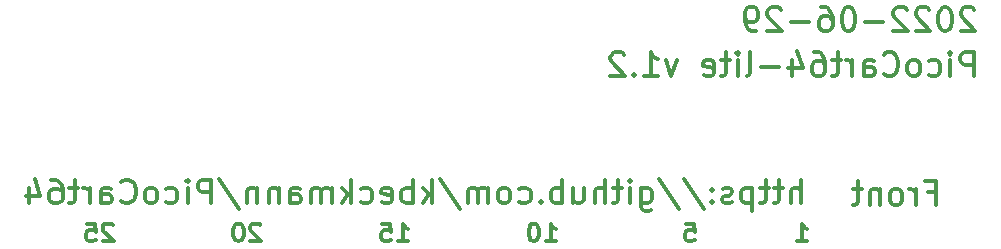
<source format=gbo>
G04 #@! TF.GenerationSoftware,KiCad,Pcbnew,(6.0.6)*
G04 #@! TF.CreationDate,2022-06-29T23:38:15+02:00*
G04 #@! TF.ProjectId,picocart64_v1_lite,7069636f-6361-4727-9436-345f76315f6c,rev?*
G04 #@! TF.SameCoordinates,Original*
G04 #@! TF.FileFunction,Legend,Bot*
G04 #@! TF.FilePolarity,Positive*
%FSLAX46Y46*%
G04 Gerber Fmt 4.6, Leading zero omitted, Abs format (unit mm)*
G04 Created by KiCad (PCBNEW (6.0.6)) date 2022-06-29 23:38:15*
%MOMM*%
%LPD*%
G01*
G04 APERTURE LIST*
%ADD10C,0.300000*%
G04 APERTURE END LIST*
D10*
X170142857Y-109678571D02*
X170857142Y-109678571D01*
X170928571Y-110392857D01*
X170857142Y-110321428D01*
X170714285Y-110250000D01*
X170357142Y-110250000D01*
X170214285Y-110321428D01*
X170142857Y-110392857D01*
X170071428Y-110535714D01*
X170071428Y-110892857D01*
X170142857Y-111035714D01*
X170214285Y-111107142D01*
X170357142Y-111178571D01*
X170714285Y-111178571D01*
X170857142Y-111107142D01*
X170928571Y-111035714D01*
X158285714Y-111178571D02*
X159142857Y-111178571D01*
X158714285Y-111178571D02*
X158714285Y-109678571D01*
X158857142Y-109892857D01*
X159000000Y-110035714D01*
X159142857Y-110107142D01*
X157357142Y-109678571D02*
X157214285Y-109678571D01*
X157071428Y-109750000D01*
X157000000Y-109821428D01*
X156928571Y-109964285D01*
X156857142Y-110250000D01*
X156857142Y-110607142D01*
X156928571Y-110892857D01*
X157000000Y-111035714D01*
X157071428Y-111107142D01*
X157214285Y-111178571D01*
X157357142Y-111178571D01*
X157500000Y-111107142D01*
X157571428Y-111035714D01*
X157642857Y-110892857D01*
X157714285Y-110607142D01*
X157714285Y-110250000D01*
X157642857Y-109964285D01*
X157571428Y-109821428D01*
X157500000Y-109750000D01*
X157357142Y-109678571D01*
X145785714Y-111178571D02*
X146642857Y-111178571D01*
X146214285Y-111178571D02*
X146214285Y-109678571D01*
X146357142Y-109892857D01*
X146500000Y-110035714D01*
X146642857Y-110107142D01*
X144428571Y-109678571D02*
X145142857Y-109678571D01*
X145214285Y-110392857D01*
X145142857Y-110321428D01*
X145000000Y-110250000D01*
X144642857Y-110250000D01*
X144500000Y-110321428D01*
X144428571Y-110392857D01*
X144357142Y-110535714D01*
X144357142Y-110892857D01*
X144428571Y-111035714D01*
X144500000Y-111107142D01*
X144642857Y-111178571D01*
X145000000Y-111178571D01*
X145142857Y-111107142D01*
X145214285Y-111035714D01*
X134142857Y-109821428D02*
X134071428Y-109750000D01*
X133928571Y-109678571D01*
X133571428Y-109678571D01*
X133428571Y-109750000D01*
X133357142Y-109821428D01*
X133285714Y-109964285D01*
X133285714Y-110107142D01*
X133357142Y-110321428D01*
X134214285Y-111178571D01*
X133285714Y-111178571D01*
X132357142Y-109678571D02*
X132214285Y-109678571D01*
X132071428Y-109750000D01*
X132000000Y-109821428D01*
X131928571Y-109964285D01*
X131857142Y-110250000D01*
X131857142Y-110607142D01*
X131928571Y-110892857D01*
X132000000Y-111035714D01*
X132071428Y-111107142D01*
X132214285Y-111178571D01*
X132357142Y-111178571D01*
X132500000Y-111107142D01*
X132571428Y-111035714D01*
X132642857Y-110892857D01*
X132714285Y-110607142D01*
X132714285Y-110250000D01*
X132642857Y-109964285D01*
X132571428Y-109821428D01*
X132500000Y-109750000D01*
X132357142Y-109678571D01*
X121642857Y-109821428D02*
X121571428Y-109750000D01*
X121428571Y-109678571D01*
X121071428Y-109678571D01*
X120928571Y-109750000D01*
X120857142Y-109821428D01*
X120785714Y-109964285D01*
X120785714Y-110107142D01*
X120857142Y-110321428D01*
X121714285Y-111178571D01*
X120785714Y-111178571D01*
X119428571Y-109678571D02*
X120142857Y-109678571D01*
X120214285Y-110392857D01*
X120142857Y-110321428D01*
X120000000Y-110250000D01*
X119642857Y-110250000D01*
X119500000Y-110321428D01*
X119428571Y-110392857D01*
X119357142Y-110535714D01*
X119357142Y-110892857D01*
X119428571Y-111035714D01*
X119500000Y-111107142D01*
X119642857Y-111178571D01*
X120000000Y-111178571D01*
X120142857Y-111107142D01*
X120214285Y-111035714D01*
X179571428Y-111178571D02*
X180428571Y-111178571D01*
X180000000Y-111178571D02*
X180000000Y-109678571D01*
X180142857Y-109892857D01*
X180285714Y-110035714D01*
X180428571Y-110107142D01*
X190674285Y-107045142D02*
X191340952Y-107045142D01*
X191340952Y-108092761D02*
X191340952Y-106092761D01*
X190388571Y-106092761D01*
X189626666Y-108092761D02*
X189626666Y-106759428D01*
X189626666Y-107140380D02*
X189531428Y-106949904D01*
X189436190Y-106854666D01*
X189245714Y-106759428D01*
X189055238Y-106759428D01*
X188102857Y-108092761D02*
X188293333Y-107997523D01*
X188388571Y-107902285D01*
X188483809Y-107711809D01*
X188483809Y-107140380D01*
X188388571Y-106949904D01*
X188293333Y-106854666D01*
X188102857Y-106759428D01*
X187817142Y-106759428D01*
X187626666Y-106854666D01*
X187531428Y-106949904D01*
X187436190Y-107140380D01*
X187436190Y-107711809D01*
X187531428Y-107902285D01*
X187626666Y-107997523D01*
X187817142Y-108092761D01*
X188102857Y-108092761D01*
X186579047Y-106759428D02*
X186579047Y-108092761D01*
X186579047Y-106949904D02*
X186483809Y-106854666D01*
X186293333Y-106759428D01*
X186007619Y-106759428D01*
X185817142Y-106854666D01*
X185721904Y-107045142D01*
X185721904Y-108092761D01*
X185055238Y-106759428D02*
X184293333Y-106759428D01*
X184769523Y-106092761D02*
X184769523Y-107807047D01*
X184674285Y-107997523D01*
X184483809Y-108092761D01*
X184293333Y-108092761D01*
X179883809Y-107969761D02*
X179883809Y-105969761D01*
X179026666Y-107969761D02*
X179026666Y-106922142D01*
X179121904Y-106731666D01*
X179312380Y-106636428D01*
X179598095Y-106636428D01*
X179788571Y-106731666D01*
X179883809Y-106826904D01*
X178360000Y-106636428D02*
X177598095Y-106636428D01*
X178074285Y-105969761D02*
X178074285Y-107684047D01*
X177979047Y-107874523D01*
X177788571Y-107969761D01*
X177598095Y-107969761D01*
X177217142Y-106636428D02*
X176455238Y-106636428D01*
X176931428Y-105969761D02*
X176931428Y-107684047D01*
X176836190Y-107874523D01*
X176645714Y-107969761D01*
X176455238Y-107969761D01*
X175788571Y-106636428D02*
X175788571Y-108636428D01*
X175788571Y-106731666D02*
X175598095Y-106636428D01*
X175217142Y-106636428D01*
X175026666Y-106731666D01*
X174931428Y-106826904D01*
X174836190Y-107017380D01*
X174836190Y-107588809D01*
X174931428Y-107779285D01*
X175026666Y-107874523D01*
X175217142Y-107969761D01*
X175598095Y-107969761D01*
X175788571Y-107874523D01*
X174074285Y-107874523D02*
X173883809Y-107969761D01*
X173502857Y-107969761D01*
X173312380Y-107874523D01*
X173217142Y-107684047D01*
X173217142Y-107588809D01*
X173312380Y-107398333D01*
X173502857Y-107303095D01*
X173788571Y-107303095D01*
X173979047Y-107207857D01*
X174074285Y-107017380D01*
X174074285Y-106922142D01*
X173979047Y-106731666D01*
X173788571Y-106636428D01*
X173502857Y-106636428D01*
X173312380Y-106731666D01*
X172360000Y-107779285D02*
X172264761Y-107874523D01*
X172360000Y-107969761D01*
X172455238Y-107874523D01*
X172360000Y-107779285D01*
X172360000Y-107969761D01*
X172360000Y-106731666D02*
X172264761Y-106826904D01*
X172360000Y-106922142D01*
X172455238Y-106826904D01*
X172360000Y-106731666D01*
X172360000Y-106922142D01*
X169979047Y-105874523D02*
X171693333Y-108445952D01*
X167883809Y-105874523D02*
X169598095Y-108445952D01*
X166360000Y-106636428D02*
X166360000Y-108255476D01*
X166455238Y-108445952D01*
X166550476Y-108541190D01*
X166740952Y-108636428D01*
X167026666Y-108636428D01*
X167217142Y-108541190D01*
X166360000Y-107874523D02*
X166550476Y-107969761D01*
X166931428Y-107969761D01*
X167121904Y-107874523D01*
X167217142Y-107779285D01*
X167312380Y-107588809D01*
X167312380Y-107017380D01*
X167217142Y-106826904D01*
X167121904Y-106731666D01*
X166931428Y-106636428D01*
X166550476Y-106636428D01*
X166360000Y-106731666D01*
X165407619Y-107969761D02*
X165407619Y-106636428D01*
X165407619Y-105969761D02*
X165502857Y-106065000D01*
X165407619Y-106160238D01*
X165312380Y-106065000D01*
X165407619Y-105969761D01*
X165407619Y-106160238D01*
X164740952Y-106636428D02*
X163979047Y-106636428D01*
X164455238Y-105969761D02*
X164455238Y-107684047D01*
X164360000Y-107874523D01*
X164169523Y-107969761D01*
X163979047Y-107969761D01*
X163312380Y-107969761D02*
X163312380Y-105969761D01*
X162455238Y-107969761D02*
X162455238Y-106922142D01*
X162550476Y-106731666D01*
X162740952Y-106636428D01*
X163026666Y-106636428D01*
X163217142Y-106731666D01*
X163312380Y-106826904D01*
X160645714Y-106636428D02*
X160645714Y-107969761D01*
X161502857Y-106636428D02*
X161502857Y-107684047D01*
X161407619Y-107874523D01*
X161217142Y-107969761D01*
X160931428Y-107969761D01*
X160740952Y-107874523D01*
X160645714Y-107779285D01*
X159693333Y-107969761D02*
X159693333Y-105969761D01*
X159693333Y-106731666D02*
X159502857Y-106636428D01*
X159121904Y-106636428D01*
X158931428Y-106731666D01*
X158836190Y-106826904D01*
X158740952Y-107017380D01*
X158740952Y-107588809D01*
X158836190Y-107779285D01*
X158931428Y-107874523D01*
X159121904Y-107969761D01*
X159502857Y-107969761D01*
X159693333Y-107874523D01*
X157883809Y-107779285D02*
X157788571Y-107874523D01*
X157883809Y-107969761D01*
X157979047Y-107874523D01*
X157883809Y-107779285D01*
X157883809Y-107969761D01*
X156074285Y-107874523D02*
X156264761Y-107969761D01*
X156645714Y-107969761D01*
X156836190Y-107874523D01*
X156931428Y-107779285D01*
X157026666Y-107588809D01*
X157026666Y-107017380D01*
X156931428Y-106826904D01*
X156836190Y-106731666D01*
X156645714Y-106636428D01*
X156264761Y-106636428D01*
X156074285Y-106731666D01*
X154931428Y-107969761D02*
X155121904Y-107874523D01*
X155217142Y-107779285D01*
X155312380Y-107588809D01*
X155312380Y-107017380D01*
X155217142Y-106826904D01*
X155121904Y-106731666D01*
X154931428Y-106636428D01*
X154645714Y-106636428D01*
X154455238Y-106731666D01*
X154360000Y-106826904D01*
X154264761Y-107017380D01*
X154264761Y-107588809D01*
X154360000Y-107779285D01*
X154455238Y-107874523D01*
X154645714Y-107969761D01*
X154931428Y-107969761D01*
X153407619Y-107969761D02*
X153407619Y-106636428D01*
X153407619Y-106826904D02*
X153312380Y-106731666D01*
X153121904Y-106636428D01*
X152836190Y-106636428D01*
X152645714Y-106731666D01*
X152550476Y-106922142D01*
X152550476Y-107969761D01*
X152550476Y-106922142D02*
X152455238Y-106731666D01*
X152264761Y-106636428D01*
X151979047Y-106636428D01*
X151788571Y-106731666D01*
X151693333Y-106922142D01*
X151693333Y-107969761D01*
X149312380Y-105874523D02*
X151026666Y-108445952D01*
X148645714Y-107969761D02*
X148645714Y-105969761D01*
X148455238Y-107207857D02*
X147883809Y-107969761D01*
X147883809Y-106636428D02*
X148645714Y-107398333D01*
X147026666Y-107969761D02*
X147026666Y-105969761D01*
X147026666Y-106731666D02*
X146836190Y-106636428D01*
X146455238Y-106636428D01*
X146264761Y-106731666D01*
X146169523Y-106826904D01*
X146074285Y-107017380D01*
X146074285Y-107588809D01*
X146169523Y-107779285D01*
X146264761Y-107874523D01*
X146455238Y-107969761D01*
X146836190Y-107969761D01*
X147026666Y-107874523D01*
X144455238Y-107874523D02*
X144645714Y-107969761D01*
X145026666Y-107969761D01*
X145217142Y-107874523D01*
X145312380Y-107684047D01*
X145312380Y-106922142D01*
X145217142Y-106731666D01*
X145026666Y-106636428D01*
X144645714Y-106636428D01*
X144455238Y-106731666D01*
X144360000Y-106922142D01*
X144360000Y-107112619D01*
X145312380Y-107303095D01*
X142645714Y-107874523D02*
X142836190Y-107969761D01*
X143217142Y-107969761D01*
X143407619Y-107874523D01*
X143502857Y-107779285D01*
X143598095Y-107588809D01*
X143598095Y-107017380D01*
X143502857Y-106826904D01*
X143407619Y-106731666D01*
X143217142Y-106636428D01*
X142836190Y-106636428D01*
X142645714Y-106731666D01*
X141788571Y-107969761D02*
X141788571Y-105969761D01*
X141598095Y-107207857D02*
X141026666Y-107969761D01*
X141026666Y-106636428D02*
X141788571Y-107398333D01*
X140169523Y-107969761D02*
X140169523Y-106636428D01*
X140169523Y-106826904D02*
X140074285Y-106731666D01*
X139883809Y-106636428D01*
X139598095Y-106636428D01*
X139407619Y-106731666D01*
X139312380Y-106922142D01*
X139312380Y-107969761D01*
X139312380Y-106922142D02*
X139217142Y-106731666D01*
X139026666Y-106636428D01*
X138740952Y-106636428D01*
X138550476Y-106731666D01*
X138455238Y-106922142D01*
X138455238Y-107969761D01*
X136645714Y-107969761D02*
X136645714Y-106922142D01*
X136740952Y-106731666D01*
X136931428Y-106636428D01*
X137312380Y-106636428D01*
X137502857Y-106731666D01*
X136645714Y-107874523D02*
X136836190Y-107969761D01*
X137312380Y-107969761D01*
X137502857Y-107874523D01*
X137598095Y-107684047D01*
X137598095Y-107493571D01*
X137502857Y-107303095D01*
X137312380Y-107207857D01*
X136836190Y-107207857D01*
X136645714Y-107112619D01*
X135693333Y-106636428D02*
X135693333Y-107969761D01*
X135693333Y-106826904D02*
X135598095Y-106731666D01*
X135407619Y-106636428D01*
X135121904Y-106636428D01*
X134931428Y-106731666D01*
X134836190Y-106922142D01*
X134836190Y-107969761D01*
X133883809Y-106636428D02*
X133883809Y-107969761D01*
X133883809Y-106826904D02*
X133788571Y-106731666D01*
X133598095Y-106636428D01*
X133312380Y-106636428D01*
X133121904Y-106731666D01*
X133026666Y-106922142D01*
X133026666Y-107969761D01*
X130645714Y-105874523D02*
X132360000Y-108445952D01*
X129979047Y-107969761D02*
X129979047Y-105969761D01*
X129217142Y-105969761D01*
X129026666Y-106065000D01*
X128931428Y-106160238D01*
X128836190Y-106350714D01*
X128836190Y-106636428D01*
X128931428Y-106826904D01*
X129026666Y-106922142D01*
X129217142Y-107017380D01*
X129979047Y-107017380D01*
X127979047Y-107969761D02*
X127979047Y-106636428D01*
X127979047Y-105969761D02*
X128074285Y-106065000D01*
X127979047Y-106160238D01*
X127883809Y-106065000D01*
X127979047Y-105969761D01*
X127979047Y-106160238D01*
X126169523Y-107874523D02*
X126360000Y-107969761D01*
X126740952Y-107969761D01*
X126931428Y-107874523D01*
X127026666Y-107779285D01*
X127121904Y-107588809D01*
X127121904Y-107017380D01*
X127026666Y-106826904D01*
X126931428Y-106731666D01*
X126740952Y-106636428D01*
X126360000Y-106636428D01*
X126169523Y-106731666D01*
X125026666Y-107969761D02*
X125217142Y-107874523D01*
X125312380Y-107779285D01*
X125407619Y-107588809D01*
X125407619Y-107017380D01*
X125312380Y-106826904D01*
X125217142Y-106731666D01*
X125026666Y-106636428D01*
X124740952Y-106636428D01*
X124550476Y-106731666D01*
X124455238Y-106826904D01*
X124360000Y-107017380D01*
X124360000Y-107588809D01*
X124455238Y-107779285D01*
X124550476Y-107874523D01*
X124740952Y-107969761D01*
X125026666Y-107969761D01*
X122360000Y-107779285D02*
X122455238Y-107874523D01*
X122740952Y-107969761D01*
X122931428Y-107969761D01*
X123217142Y-107874523D01*
X123407619Y-107684047D01*
X123502857Y-107493571D01*
X123598095Y-107112619D01*
X123598095Y-106826904D01*
X123502857Y-106445952D01*
X123407619Y-106255476D01*
X123217142Y-106065000D01*
X122931428Y-105969761D01*
X122740952Y-105969761D01*
X122455238Y-106065000D01*
X122360000Y-106160238D01*
X120645714Y-107969761D02*
X120645714Y-106922142D01*
X120740952Y-106731666D01*
X120931428Y-106636428D01*
X121312380Y-106636428D01*
X121502857Y-106731666D01*
X120645714Y-107874523D02*
X120836190Y-107969761D01*
X121312380Y-107969761D01*
X121502857Y-107874523D01*
X121598095Y-107684047D01*
X121598095Y-107493571D01*
X121502857Y-107303095D01*
X121312380Y-107207857D01*
X120836190Y-107207857D01*
X120645714Y-107112619D01*
X119693333Y-107969761D02*
X119693333Y-106636428D01*
X119693333Y-107017380D02*
X119598095Y-106826904D01*
X119502857Y-106731666D01*
X119312380Y-106636428D01*
X119121904Y-106636428D01*
X118740952Y-106636428D02*
X117979047Y-106636428D01*
X118455238Y-105969761D02*
X118455238Y-107684047D01*
X118360000Y-107874523D01*
X118169523Y-107969761D01*
X117979047Y-107969761D01*
X116455238Y-105969761D02*
X116836190Y-105969761D01*
X117026666Y-106065000D01*
X117121904Y-106160238D01*
X117312380Y-106445952D01*
X117407619Y-106826904D01*
X117407619Y-107588809D01*
X117312380Y-107779285D01*
X117217142Y-107874523D01*
X117026666Y-107969761D01*
X116645714Y-107969761D01*
X116455238Y-107874523D01*
X116360000Y-107779285D01*
X116264761Y-107588809D01*
X116264761Y-107112619D01*
X116360000Y-106922142D01*
X116455238Y-106826904D01*
X116645714Y-106731666D01*
X117026666Y-106731666D01*
X117217142Y-106826904D01*
X117312380Y-106922142D01*
X117407619Y-107112619D01*
X114550476Y-106636428D02*
X114550476Y-107969761D01*
X115026666Y-105874523D02*
X115502857Y-107303095D01*
X114264761Y-107303095D01*
X194584047Y-91555238D02*
X194488809Y-91460000D01*
X194298333Y-91364761D01*
X193822142Y-91364761D01*
X193631666Y-91460000D01*
X193536428Y-91555238D01*
X193441190Y-91745714D01*
X193441190Y-91936190D01*
X193536428Y-92221904D01*
X194679285Y-93364761D01*
X193441190Y-93364761D01*
X192203095Y-91364761D02*
X192012619Y-91364761D01*
X191822142Y-91460000D01*
X191726904Y-91555238D01*
X191631666Y-91745714D01*
X191536428Y-92126666D01*
X191536428Y-92602857D01*
X191631666Y-92983809D01*
X191726904Y-93174285D01*
X191822142Y-93269523D01*
X192012619Y-93364761D01*
X192203095Y-93364761D01*
X192393571Y-93269523D01*
X192488809Y-93174285D01*
X192584047Y-92983809D01*
X192679285Y-92602857D01*
X192679285Y-92126666D01*
X192584047Y-91745714D01*
X192488809Y-91555238D01*
X192393571Y-91460000D01*
X192203095Y-91364761D01*
X190774523Y-91555238D02*
X190679285Y-91460000D01*
X190488809Y-91364761D01*
X190012619Y-91364761D01*
X189822142Y-91460000D01*
X189726904Y-91555238D01*
X189631666Y-91745714D01*
X189631666Y-91936190D01*
X189726904Y-92221904D01*
X190869761Y-93364761D01*
X189631666Y-93364761D01*
X188869761Y-91555238D02*
X188774523Y-91460000D01*
X188584047Y-91364761D01*
X188107857Y-91364761D01*
X187917380Y-91460000D01*
X187822142Y-91555238D01*
X187726904Y-91745714D01*
X187726904Y-91936190D01*
X187822142Y-92221904D01*
X188965000Y-93364761D01*
X187726904Y-93364761D01*
X186869761Y-92602857D02*
X185345952Y-92602857D01*
X184012619Y-91364761D02*
X183822142Y-91364761D01*
X183631666Y-91460000D01*
X183536428Y-91555238D01*
X183441190Y-91745714D01*
X183345952Y-92126666D01*
X183345952Y-92602857D01*
X183441190Y-92983809D01*
X183536428Y-93174285D01*
X183631666Y-93269523D01*
X183822142Y-93364761D01*
X184012619Y-93364761D01*
X184203095Y-93269523D01*
X184298333Y-93174285D01*
X184393571Y-92983809D01*
X184488809Y-92602857D01*
X184488809Y-92126666D01*
X184393571Y-91745714D01*
X184298333Y-91555238D01*
X184203095Y-91460000D01*
X184012619Y-91364761D01*
X181631666Y-91364761D02*
X182012619Y-91364761D01*
X182203095Y-91460000D01*
X182298333Y-91555238D01*
X182488809Y-91840952D01*
X182584047Y-92221904D01*
X182584047Y-92983809D01*
X182488809Y-93174285D01*
X182393571Y-93269523D01*
X182203095Y-93364761D01*
X181822142Y-93364761D01*
X181631666Y-93269523D01*
X181536428Y-93174285D01*
X181441190Y-92983809D01*
X181441190Y-92507619D01*
X181536428Y-92317142D01*
X181631666Y-92221904D01*
X181822142Y-92126666D01*
X182203095Y-92126666D01*
X182393571Y-92221904D01*
X182488809Y-92317142D01*
X182584047Y-92507619D01*
X180584047Y-92602857D02*
X179060238Y-92602857D01*
X178203095Y-91555238D02*
X178107857Y-91460000D01*
X177917380Y-91364761D01*
X177441190Y-91364761D01*
X177250714Y-91460000D01*
X177155476Y-91555238D01*
X177060238Y-91745714D01*
X177060238Y-91936190D01*
X177155476Y-92221904D01*
X178298333Y-93364761D01*
X177060238Y-93364761D01*
X176107857Y-93364761D02*
X175726904Y-93364761D01*
X175536428Y-93269523D01*
X175441190Y-93174285D01*
X175250714Y-92888571D01*
X175155476Y-92507619D01*
X175155476Y-91745714D01*
X175250714Y-91555238D01*
X175345952Y-91460000D01*
X175536428Y-91364761D01*
X175917380Y-91364761D01*
X176107857Y-91460000D01*
X176203095Y-91555238D01*
X176298333Y-91745714D01*
X176298333Y-92221904D01*
X176203095Y-92412380D01*
X176107857Y-92507619D01*
X175917380Y-92602857D01*
X175536428Y-92602857D01*
X175345952Y-92507619D01*
X175250714Y-92412380D01*
X175155476Y-92221904D01*
X194543732Y-97174761D02*
X194543732Y-95174761D01*
X193781827Y-95174761D01*
X193591351Y-95270000D01*
X193496113Y-95365238D01*
X193400875Y-95555714D01*
X193400875Y-95841428D01*
X193496113Y-96031904D01*
X193591351Y-96127142D01*
X193781827Y-96222380D01*
X194543732Y-96222380D01*
X192543732Y-97174761D02*
X192543732Y-95841428D01*
X192543732Y-95174761D02*
X192638970Y-95270000D01*
X192543732Y-95365238D01*
X192448494Y-95270000D01*
X192543732Y-95174761D01*
X192543732Y-95365238D01*
X190734208Y-97079523D02*
X190924684Y-97174761D01*
X191305637Y-97174761D01*
X191496113Y-97079523D01*
X191591351Y-96984285D01*
X191686589Y-96793809D01*
X191686589Y-96222380D01*
X191591351Y-96031904D01*
X191496113Y-95936666D01*
X191305637Y-95841428D01*
X190924684Y-95841428D01*
X190734208Y-95936666D01*
X189591351Y-97174761D02*
X189781827Y-97079523D01*
X189877065Y-96984285D01*
X189972303Y-96793809D01*
X189972303Y-96222380D01*
X189877065Y-96031904D01*
X189781827Y-95936666D01*
X189591351Y-95841428D01*
X189305637Y-95841428D01*
X189115161Y-95936666D01*
X189019923Y-96031904D01*
X188924684Y-96222380D01*
X188924684Y-96793809D01*
X189019923Y-96984285D01*
X189115161Y-97079523D01*
X189305637Y-97174761D01*
X189591351Y-97174761D01*
X186924684Y-96984285D02*
X187019923Y-97079523D01*
X187305637Y-97174761D01*
X187496113Y-97174761D01*
X187781827Y-97079523D01*
X187972303Y-96889047D01*
X188067542Y-96698571D01*
X188162780Y-96317619D01*
X188162780Y-96031904D01*
X188067542Y-95650952D01*
X187972303Y-95460476D01*
X187781827Y-95270000D01*
X187496113Y-95174761D01*
X187305637Y-95174761D01*
X187019923Y-95270000D01*
X186924684Y-95365238D01*
X185210399Y-97174761D02*
X185210399Y-96127142D01*
X185305637Y-95936666D01*
X185496113Y-95841428D01*
X185877065Y-95841428D01*
X186067542Y-95936666D01*
X185210399Y-97079523D02*
X185400875Y-97174761D01*
X185877065Y-97174761D01*
X186067542Y-97079523D01*
X186162780Y-96889047D01*
X186162780Y-96698571D01*
X186067542Y-96508095D01*
X185877065Y-96412857D01*
X185400875Y-96412857D01*
X185210399Y-96317619D01*
X184258018Y-97174761D02*
X184258018Y-95841428D01*
X184258018Y-96222380D02*
X184162780Y-96031904D01*
X184067542Y-95936666D01*
X183877065Y-95841428D01*
X183686589Y-95841428D01*
X183305637Y-95841428D02*
X182543732Y-95841428D01*
X183019923Y-95174761D02*
X183019923Y-96889047D01*
X182924684Y-97079523D01*
X182734208Y-97174761D01*
X182543732Y-97174761D01*
X181019923Y-95174761D02*
X181400875Y-95174761D01*
X181591351Y-95270000D01*
X181686589Y-95365238D01*
X181877065Y-95650952D01*
X181972303Y-96031904D01*
X181972303Y-96793809D01*
X181877065Y-96984285D01*
X181781827Y-97079523D01*
X181591351Y-97174761D01*
X181210399Y-97174761D01*
X181019923Y-97079523D01*
X180924684Y-96984285D01*
X180829446Y-96793809D01*
X180829446Y-96317619D01*
X180924684Y-96127142D01*
X181019923Y-96031904D01*
X181210399Y-95936666D01*
X181591351Y-95936666D01*
X181781827Y-96031904D01*
X181877065Y-96127142D01*
X181972303Y-96317619D01*
X179115161Y-95841428D02*
X179115161Y-97174761D01*
X179591351Y-95079523D02*
X180067542Y-96508095D01*
X178829446Y-96508095D01*
X178067542Y-96412857D02*
X176543732Y-96412857D01*
X175305637Y-97174761D02*
X175496113Y-97079523D01*
X175591351Y-96889047D01*
X175591351Y-95174761D01*
X174543732Y-97174761D02*
X174543732Y-95841428D01*
X174543732Y-95174761D02*
X174638970Y-95270000D01*
X174543732Y-95365238D01*
X174448494Y-95270000D01*
X174543732Y-95174761D01*
X174543732Y-95365238D01*
X173877065Y-95841428D02*
X173115161Y-95841428D01*
X173591351Y-95174761D02*
X173591351Y-96889047D01*
X173496113Y-97079523D01*
X173305637Y-97174761D01*
X173115161Y-97174761D01*
X171686589Y-97079523D02*
X171877065Y-97174761D01*
X172258018Y-97174761D01*
X172448494Y-97079523D01*
X172543732Y-96889047D01*
X172543732Y-96127142D01*
X172448494Y-95936666D01*
X172258018Y-95841428D01*
X171877065Y-95841428D01*
X171686589Y-95936666D01*
X171591351Y-96127142D01*
X171591351Y-96317619D01*
X172543732Y-96508095D01*
X169400875Y-95841428D02*
X168924684Y-97174761D01*
X168448494Y-95841428D01*
X166638970Y-97174761D02*
X167781827Y-97174761D01*
X167210399Y-97174761D02*
X167210399Y-95174761D01*
X167400875Y-95460476D01*
X167591351Y-95650952D01*
X167781827Y-95746190D01*
X165781827Y-96984285D02*
X165686589Y-97079523D01*
X165781827Y-97174761D01*
X165877065Y-97079523D01*
X165781827Y-96984285D01*
X165781827Y-97174761D01*
X164924684Y-95365238D02*
X164829446Y-95270000D01*
X164638970Y-95174761D01*
X164162780Y-95174761D01*
X163972303Y-95270000D01*
X163877065Y-95365238D01*
X163781827Y-95555714D01*
X163781827Y-95746190D01*
X163877065Y-96031904D01*
X165019923Y-97174761D01*
X163781827Y-97174761D01*
M02*

</source>
